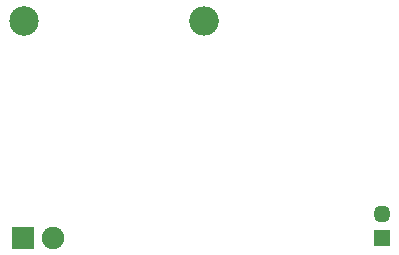
<source format=gbr>
%TF.GenerationSoftware,KiCad,Pcbnew,(5.1.6)-1*%
%TF.CreationDate,2022-01-09T20:52:29+09:00*%
%TF.ProjectId,kicad_exam01,6b696361-645f-4657-9861-6d30312e6b69,rev?*%
%TF.SameCoordinates,Original*%
%TF.FileFunction,Soldermask,Top*%
%TF.FilePolarity,Negative*%
%FSLAX46Y46*%
G04 Gerber Fmt 4.6, Leading zero omitted, Abs format (unit mm)*
G04 Created by KiCad (PCBNEW (5.1.6)-1) date 2022-01-09 20:52:29*
%MOMM*%
%LPD*%
G01*
G04 APERTURE LIST*
%ADD10R,1.900000X1.900000*%
%ADD11C,1.900000*%
%ADD12R,1.450000X1.450000*%
%ADD13O,1.450000X1.450000*%
%ADD14C,2.500000*%
%ADD15O,2.500000X2.500000*%
G04 APERTURE END LIST*
D10*
%TO.C,D1*%
X121234200Y-115138200D03*
D11*
X123774200Y-115138200D03*
%TD*%
D12*
%TO.C,J1*%
X151587200Y-115138200D03*
D13*
X151587200Y-113138200D03*
%TD*%
D14*
%TO.C,R1*%
X121335800Y-96799400D03*
D15*
X136575800Y-96799400D03*
%TD*%
M02*

</source>
